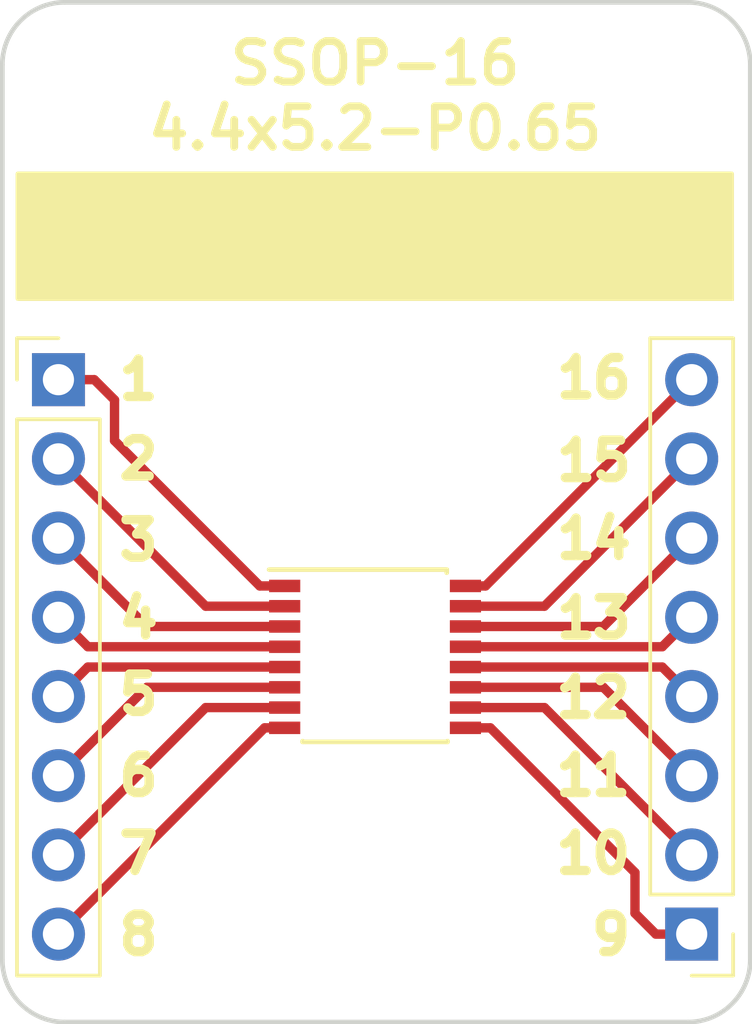
<source format=kicad_pcb>
(kicad_pcb (version 20171130) (host pcbnew 5.1.6-c6e7f7d~86~ubuntu20.04.1)

  (general
    (thickness 1)
    (drawings 26)
    (tracks 40)
    (zones 0)
    (modules 3)
    (nets 17)
  )

  (page A4)
  (title_block
    (title BRK-SSOP-16-4.4x5.2-P0.65)
    (rev v1.1)
    (company https://gekkio.fi)
  )

  (layers
    (0 F.Cu signal)
    (31 B.Cu signal)
    (32 B.Adhes user)
    (33 F.Adhes user)
    (34 B.Paste user)
    (35 F.Paste user)
    (36 B.SilkS user)
    (37 F.SilkS user)
    (38 B.Mask user)
    (39 F.Mask user)
    (40 Dwgs.User user)
    (41 Cmts.User user)
    (42 Eco1.User user)
    (43 Eco2.User user)
    (44 Edge.Cuts user)
    (45 Margin user)
    (46 B.CrtYd user)
    (47 F.CrtYd user)
    (48 B.Fab user)
    (49 F.Fab user)
  )

  (setup
    (last_trace_width 0.3)
    (trace_clearance 0.2)
    (zone_clearance 0.508)
    (zone_45_only no)
    (trace_min 0.2)
    (via_size 0.8)
    (via_drill 0.4)
    (via_min_size 0.4)
    (via_min_drill 0.3)
    (uvia_size 0.3)
    (uvia_drill 0.1)
    (uvias_allowed no)
    (uvia_min_size 0.2)
    (uvia_min_drill 0.1)
    (edge_width 0.15)
    (segment_width 0.2)
    (pcb_text_width 0.3)
    (pcb_text_size 1.5 1.5)
    (mod_edge_width 0.15)
    (mod_text_size 1 1)
    (mod_text_width 0.15)
    (pad_size 1.524 1.524)
    (pad_drill 0.762)
    (pad_to_mask_clearance 0)
    (aux_axis_origin 0 0)
    (visible_elements FFFFFF7F)
    (pcbplotparams
      (layerselection 0x010fc_ffffffff)
      (usegerberextensions false)
      (usegerberattributes false)
      (usegerberadvancedattributes false)
      (creategerberjobfile true)
      (excludeedgelayer false)
      (linewidth 0.100000)
      (plotframeref false)
      (viasonmask false)
      (mode 1)
      (useauxorigin false)
      (hpglpennumber 1)
      (hpglpenspeed 20)
      (hpglpendiameter 15.000000)
      (psnegative false)
      (psa4output false)
      (plotreference true)
      (plotvalue true)
      (plotinvisibletext false)
      (padsonsilk false)
      (subtractmaskfromsilk false)
      (outputformat 1)
      (mirror false)
      (drillshape 0)
      (scaleselection 1)
      (outputdirectory "gerber/"))
  )

  (net 0 "")
  (net 1 "Net-(J1-Pad1)")
  (net 2 "Net-(J1-Pad2)")
  (net 3 "Net-(J1-Pad3)")
  (net 4 "Net-(J2-Pad1)")
  (net 5 "Net-(J2-Pad2)")
  (net 6 "Net-(J2-Pad3)")
  (net 7 "Net-(J1-Pad4)")
  (net 8 "Net-(J2-Pad4)")
  (net 9 "Net-(J1-Pad5)")
  (net 10 "Net-(J1-Pad6)")
  (net 11 "Net-(J1-Pad7)")
  (net 12 "Net-(J1-Pad8)")
  (net 13 "Net-(J2-Pad5)")
  (net 14 "Net-(J2-Pad6)")
  (net 15 "Net-(J2-Pad7)")
  (net 16 "Net-(J2-Pad8)")

  (net_class Default "This is the default net class."
    (clearance 0.2)
    (trace_width 0.3)
    (via_dia 0.8)
    (via_drill 0.4)
    (uvia_dia 0.3)
    (uvia_drill 0.1)
    (add_net "Net-(J1-Pad1)")
    (add_net "Net-(J1-Pad2)")
    (add_net "Net-(J1-Pad3)")
    (add_net "Net-(J1-Pad4)")
    (add_net "Net-(J1-Pad5)")
    (add_net "Net-(J1-Pad6)")
    (add_net "Net-(J1-Pad7)")
    (add_net "Net-(J1-Pad8)")
    (add_net "Net-(J2-Pad1)")
    (add_net "Net-(J2-Pad2)")
    (add_net "Net-(J2-Pad3)")
    (add_net "Net-(J2-Pad4)")
    (add_net "Net-(J2-Pad5)")
    (add_net "Net-(J2-Pad6)")
    (add_net "Net-(J2-Pad7)")
    (add_net "Net-(J2-Pad8)")
  )

  (module Connector_PinHeader_2.54mm:PinHeader_1x08_P2.54mm_Vertical (layer F.Cu) (tedit 59FED5CC) (tstamp 5C40B077)
    (at 73.12 77.88 180)
    (descr "Through hole straight pin header, 1x08, 2.54mm pitch, single row")
    (tags "Through hole pin header THT 1x08 2.54mm single row")
    (path /5C3F15E5)
    (fp_text reference J2 (at 0 -2.33 180) (layer F.SilkS) hide
      (effects (font (size 1 1) (thickness 0.15)))
    )
    (fp_text value Conn_01x08 (at 0 20.11 180) (layer F.Fab) hide
      (effects (font (size 1 1) (thickness 0.15)))
    )
    (fp_line (start -0.635 -1.27) (end 1.27 -1.27) (layer F.Fab) (width 0.1))
    (fp_line (start 1.27 -1.27) (end 1.27 19.05) (layer F.Fab) (width 0.1))
    (fp_line (start 1.27 19.05) (end -1.27 19.05) (layer F.Fab) (width 0.1))
    (fp_line (start -1.27 19.05) (end -1.27 -0.635) (layer F.Fab) (width 0.1))
    (fp_line (start -1.27 -0.635) (end -0.635 -1.27) (layer F.Fab) (width 0.1))
    (fp_line (start -1.33 19.11) (end 1.33 19.11) (layer F.SilkS) (width 0.12))
    (fp_line (start -1.33 1.27) (end -1.33 19.11) (layer F.SilkS) (width 0.12))
    (fp_line (start 1.33 1.27) (end 1.33 19.11) (layer F.SilkS) (width 0.12))
    (fp_line (start -1.33 1.27) (end 1.33 1.27) (layer F.SilkS) (width 0.12))
    (fp_line (start -1.33 0) (end -1.33 -1.33) (layer F.SilkS) (width 0.12))
    (fp_line (start -1.33 -1.33) (end 0 -1.33) (layer F.SilkS) (width 0.12))
    (fp_line (start -1.8 -1.8) (end -1.8 19.55) (layer F.CrtYd) (width 0.05))
    (fp_line (start -1.8 19.55) (end 1.8 19.55) (layer F.CrtYd) (width 0.05))
    (fp_line (start 1.8 19.55) (end 1.8 -1.8) (layer F.CrtYd) (width 0.05))
    (fp_line (start 1.8 -1.8) (end -1.8 -1.8) (layer F.CrtYd) (width 0.05))
    (fp_text user %R (at 0 8.89 270) (layer F.Fab)
      (effects (font (size 1 1) (thickness 0.15)))
    )
    (pad 8 thru_hole oval (at 0 17.78 180) (size 1.7 1.7) (drill 1) (layers *.Cu *.Mask)
      (net 16 "Net-(J2-Pad8)"))
    (pad 7 thru_hole oval (at 0 15.24 180) (size 1.7 1.7) (drill 1) (layers *.Cu *.Mask)
      (net 15 "Net-(J2-Pad7)"))
    (pad 6 thru_hole oval (at 0 12.7 180) (size 1.7 1.7) (drill 1) (layers *.Cu *.Mask)
      (net 14 "Net-(J2-Pad6)"))
    (pad 5 thru_hole oval (at 0 10.16 180) (size 1.7 1.7) (drill 1) (layers *.Cu *.Mask)
      (net 13 "Net-(J2-Pad5)"))
    (pad 4 thru_hole oval (at 0 7.62 180) (size 1.7 1.7) (drill 1) (layers *.Cu *.Mask)
      (net 8 "Net-(J2-Pad4)"))
    (pad 3 thru_hole oval (at 0 5.08 180) (size 1.7 1.7) (drill 1) (layers *.Cu *.Mask)
      (net 6 "Net-(J2-Pad3)"))
    (pad 2 thru_hole oval (at 0 2.54 180) (size 1.7 1.7) (drill 1) (layers *.Cu *.Mask)
      (net 5 "Net-(J2-Pad2)"))
    (pad 1 thru_hole rect (at 0 0 180) (size 1.7 1.7) (drill 1) (layers *.Cu *.Mask)
      (net 4 "Net-(J2-Pad1)"))
    (model ${KISYS3DMOD}/Connector_PinHeader_2.54mm.3dshapes/PinHeader_1x08_P2.54mm_Vertical.wrl
      (at (xyz 0 0 0))
      (scale (xyz 1 1 1))
      (rotate (xyz 0 0 0))
    )
  )

  (module Connector_PinHeader_2.54mm:PinHeader_1x08_P2.54mm_Vertical (layer F.Cu) (tedit 59FED5CC) (tstamp 5C40B05C)
    (at 52.8 60.1)
    (descr "Through hole straight pin header, 1x08, 2.54mm pitch, single row")
    (tags "Through hole pin header THT 1x08 2.54mm single row")
    (path /5C3F1552)
    (fp_text reference J1 (at 0 -2.33) (layer F.SilkS) hide
      (effects (font (size 1 1) (thickness 0.15)))
    )
    (fp_text value Conn_01x08 (at 0 20.11) (layer F.Fab) hide
      (effects (font (size 1 1) (thickness 0.15)))
    )
    (fp_line (start -0.635 -1.27) (end 1.27 -1.27) (layer F.Fab) (width 0.1))
    (fp_line (start 1.27 -1.27) (end 1.27 19.05) (layer F.Fab) (width 0.1))
    (fp_line (start 1.27 19.05) (end -1.27 19.05) (layer F.Fab) (width 0.1))
    (fp_line (start -1.27 19.05) (end -1.27 -0.635) (layer F.Fab) (width 0.1))
    (fp_line (start -1.27 -0.635) (end -0.635 -1.27) (layer F.Fab) (width 0.1))
    (fp_line (start -1.33 19.11) (end 1.33 19.11) (layer F.SilkS) (width 0.12))
    (fp_line (start -1.33 1.27) (end -1.33 19.11) (layer F.SilkS) (width 0.12))
    (fp_line (start 1.33 1.27) (end 1.33 19.11) (layer F.SilkS) (width 0.12))
    (fp_line (start -1.33 1.27) (end 1.33 1.27) (layer F.SilkS) (width 0.12))
    (fp_line (start -1.33 0) (end -1.33 -1.33) (layer F.SilkS) (width 0.12))
    (fp_line (start -1.33 -1.33) (end 0 -1.33) (layer F.SilkS) (width 0.12))
    (fp_line (start -1.8 -1.8) (end -1.8 19.55) (layer F.CrtYd) (width 0.05))
    (fp_line (start -1.8 19.55) (end 1.8 19.55) (layer F.CrtYd) (width 0.05))
    (fp_line (start 1.8 19.55) (end 1.8 -1.8) (layer F.CrtYd) (width 0.05))
    (fp_line (start 1.8 -1.8) (end -1.8 -1.8) (layer F.CrtYd) (width 0.05))
    (fp_text user %R (at 0 8.89 90) (layer F.Fab)
      (effects (font (size 1 1) (thickness 0.15)))
    )
    (pad 8 thru_hole oval (at 0 17.78) (size 1.7 1.7) (drill 1) (layers *.Cu *.Mask)
      (net 12 "Net-(J1-Pad8)"))
    (pad 7 thru_hole oval (at 0 15.24) (size 1.7 1.7) (drill 1) (layers *.Cu *.Mask)
      (net 11 "Net-(J1-Pad7)"))
    (pad 6 thru_hole oval (at 0 12.7) (size 1.7 1.7) (drill 1) (layers *.Cu *.Mask)
      (net 10 "Net-(J1-Pad6)"))
    (pad 5 thru_hole oval (at 0 10.16) (size 1.7 1.7) (drill 1) (layers *.Cu *.Mask)
      (net 9 "Net-(J1-Pad5)"))
    (pad 4 thru_hole oval (at 0 7.62) (size 1.7 1.7) (drill 1) (layers *.Cu *.Mask)
      (net 7 "Net-(J1-Pad4)"))
    (pad 3 thru_hole oval (at 0 5.08) (size 1.7 1.7) (drill 1) (layers *.Cu *.Mask)
      (net 3 "Net-(J1-Pad3)"))
    (pad 2 thru_hole oval (at 0 2.54) (size 1.7 1.7) (drill 1) (layers *.Cu *.Mask)
      (net 2 "Net-(J1-Pad2)"))
    (pad 1 thru_hole rect (at 0 0) (size 1.7 1.7) (drill 1) (layers *.Cu *.Mask)
      (net 1 "Net-(J1-Pad1)"))
    (model ${KISYS3DMOD}/Connector_PinHeader_2.54mm.3dshapes/PinHeader_1x08_P2.54mm_Vertical.wrl
      (at (xyz 0 0 0))
      (scale (xyz 1 1 1))
      (rotate (xyz 0 0 0))
    )
  )

  (module Package_SO:SSOP-16_4.4x5.2mm_P0.65mm (layer F.Cu) (tedit 5A02F25C) (tstamp 5C40B03A)
    (at 62.96 68.99)
    (descr "SSOP16: plastic shrink small outline package; 16 leads; body width 4.4 mm; (see NXP SSOP-TSSOP-VSO-REFLOW.pdf and sot369-1_po.pdf)")
    (tags "SSOP 0.65")
    (path /5C3F17C6)
    (attr smd)
    (fp_text reference U1 (at 0 -3.65) (layer F.SilkS) hide
      (effects (font (size 1 1) (thickness 0.15)))
    )
    (fp_text value Conn_02x08_Counter_Clockwise (at 0 3.65) (layer F.Fab) hide
      (effects (font (size 1 1) (thickness 0.15)))
    )
    (fp_line (start -1.2 -2.6) (end 2.2 -2.6) (layer F.Fab) (width 0.15))
    (fp_line (start 2.2 -2.6) (end 2.2 2.6) (layer F.Fab) (width 0.15))
    (fp_line (start 2.2 2.6) (end -2.2 2.6) (layer F.Fab) (width 0.15))
    (fp_line (start -2.2 2.6) (end -2.2 -1.6) (layer F.Fab) (width 0.15))
    (fp_line (start -2.2 -1.6) (end -1.2 -2.6) (layer F.Fab) (width 0.15))
    (fp_line (start -3.65 -2.9) (end -3.65 2.9) (layer F.CrtYd) (width 0.05))
    (fp_line (start 3.65 -2.9) (end 3.65 2.9) (layer F.CrtYd) (width 0.05))
    (fp_line (start -3.65 -2.9) (end 3.65 -2.9) (layer F.CrtYd) (width 0.05))
    (fp_line (start -3.65 2.9) (end 3.65 2.9) (layer F.CrtYd) (width 0.05))
    (fp_line (start 2.3 -2.8) (end 2.3 -2.7) (layer F.SilkS) (width 0.15))
    (fp_line (start 2.325 2.725) (end 2.325 2.7) (layer F.SilkS) (width 0.15))
    (fp_line (start -2.325 2.725) (end -2.325 2.7) (layer F.SilkS) (width 0.15))
    (fp_line (start -3.4 -2.8) (end 2.3 -2.8) (layer F.SilkS) (width 0.15))
    (fp_line (start -2.325 2.725) (end 2.325 2.725) (layer F.SilkS) (width 0.15))
    (fp_text user %R (at 0 0) (layer F.Fab)
      (effects (font (size 0.8 0.8) (thickness 0.15)))
    )
    (pad 16 smd rect (at 2.9 -2.275) (size 1 0.4) (layers F.Cu F.Paste F.Mask)
      (net 16 "Net-(J2-Pad8)"))
    (pad 15 smd rect (at 2.9 -1.625) (size 1 0.4) (layers F.Cu F.Paste F.Mask)
      (net 15 "Net-(J2-Pad7)"))
    (pad 14 smd rect (at 2.9 -0.975) (size 1 0.4) (layers F.Cu F.Paste F.Mask)
      (net 14 "Net-(J2-Pad6)"))
    (pad 13 smd rect (at 2.9 -0.325) (size 1 0.4) (layers F.Cu F.Paste F.Mask)
      (net 13 "Net-(J2-Pad5)"))
    (pad 12 smd rect (at 2.9 0.325) (size 1 0.4) (layers F.Cu F.Paste F.Mask)
      (net 8 "Net-(J2-Pad4)"))
    (pad 11 smd rect (at 2.9 0.975) (size 1 0.4) (layers F.Cu F.Paste F.Mask)
      (net 6 "Net-(J2-Pad3)"))
    (pad 10 smd rect (at 2.9 1.625) (size 1 0.4) (layers F.Cu F.Paste F.Mask)
      (net 5 "Net-(J2-Pad2)"))
    (pad 9 smd rect (at 2.9 2.275) (size 1 0.4) (layers F.Cu F.Paste F.Mask)
      (net 4 "Net-(J2-Pad1)"))
    (pad 8 smd rect (at -2.9 2.275) (size 1 0.4) (layers F.Cu F.Paste F.Mask)
      (net 12 "Net-(J1-Pad8)"))
    (pad 7 smd rect (at -2.9 1.625) (size 1 0.4) (layers F.Cu F.Paste F.Mask)
      (net 11 "Net-(J1-Pad7)"))
    (pad 6 smd rect (at -2.9 0.975) (size 1 0.4) (layers F.Cu F.Paste F.Mask)
      (net 10 "Net-(J1-Pad6)"))
    (pad 5 smd rect (at -2.9 0.325) (size 1 0.4) (layers F.Cu F.Paste F.Mask)
      (net 9 "Net-(J1-Pad5)"))
    (pad 4 smd rect (at -2.9 -0.325) (size 1 0.4) (layers F.Cu F.Paste F.Mask)
      (net 7 "Net-(J1-Pad4)"))
    (pad 3 smd rect (at -2.9 -0.975) (size 1 0.4) (layers F.Cu F.Paste F.Mask)
      (net 3 "Net-(J1-Pad3)"))
    (pad 2 smd rect (at -2.9 -1.625) (size 1 0.4) (layers F.Cu F.Paste F.Mask)
      (net 2 "Net-(J1-Pad2)"))
    (pad 1 smd rect (at -2.9 -2.275) (size 1 0.4) (layers F.Cu F.Paste F.Mask)
      (net 1 "Net-(J1-Pad1)"))
    (model ${KISYS3DMOD}/Package_SO.3dshapes/SSOP-16_4.4x5.2mm_P0.65mm.wrl
      (at (xyz 0 0 0))
      (scale (xyz 1 1 1))
      (rotate (xyz 0 0 0))
    )
  )

  (gr_text 8 (at 54.6 77.9) (layer F.SilkS) (tstamp 5C40B57D)
    (effects (font (size 1.2 1.2) (thickness 0.3)) (justify left))
  )
  (gr_text 7 (at 54.6 75.3) (layer F.SilkS) (tstamp 5C40B57A)
    (effects (font (size 1.2 1.2) (thickness 0.3)) (justify left))
  )
  (gr_text 6 (at 54.6 72.8) (layer F.SilkS) (tstamp 5C40B577)
    (effects (font (size 1.2 1.2) (thickness 0.3)) (justify left))
  )
  (gr_text 5 (at 54.6 70.2) (layer F.SilkS) (tstamp 5C40B574)
    (effects (font (size 1.2 1.2) (thickness 0.3)) (justify left))
  )
  (gr_text 9 (at 71.3 77.9) (layer F.SilkS) (tstamp 5C40B56D)
    (effects (font (size 1.2 1.2) (thickness 0.3)) (justify right))
  )
  (gr_text 10 (at 71.3 75.3) (layer F.SilkS) (tstamp 5C40B56A)
    (effects (font (size 1.2 1.2) (thickness 0.3)) (justify right))
  )
  (gr_text 11 (at 71.3 72.8) (layer F.SilkS) (tstamp 5C40B567)
    (effects (font (size 1.2 1.2) (thickness 0.3)) (justify right))
  )
  (gr_text 12 (at 71.3 70.3) (layer F.SilkS) (tstamp 5C40B564)
    (effects (font (size 1.2 1.2) (thickness 0.3)) (justify right))
  )
  (gr_text 4 (at 54.6 67.75) (layer F.SilkS) (tstamp 5C0586B0)
    (effects (font (size 1.2 1.2) (thickness 0.3)) (justify left))
  )
  (gr_text 13 (at 71.32 67.75) (layer F.SilkS) (tstamp 5C0586AC)
    (effects (font (size 1.2 1.2) (thickness 0.3)) (justify right))
  )
  (gr_arc (start 53 78.7) (end 51 78.7) (angle -90) (layer Edge.Cuts) (width 0.15) (tstamp 5BF54D67))
  (gr_arc (start 73 78.7) (end 73 80.7) (angle -90) (layer Edge.Cuts) (width 0.15) (tstamp 5BF54D5C))
  (gr_arc (start 73 50) (end 75 50) (angle -90) (layer Edge.Cuts) (width 0.15) (tstamp 5BF54D52))
  (gr_arc (start 53 50) (end 53 48) (angle -90) (layer Edge.Cuts) (width 0.15))
  (gr_text 14 (at 71.32 65.2) (layer F.SilkS) (tstamp 5BD4A473)
    (effects (font (size 1.2 1.2) (thickness 0.3)) (justify right))
  )
  (gr_text 15 (at 71.32 62.7) (layer F.SilkS) (tstamp 5BD4A46F)
    (effects (font (size 1.2 1.2) (thickness 0.3)) (justify right))
  )
  (gr_text 16 (at 71.32 60.05) (layer F.SilkS) (tstamp 5C40B4AB)
    (effects (font (size 1.2 1.2) (thickness 0.3)) (justify right))
  )
  (gr_text 3 (at 54.6 65.25) (layer F.SilkS) (tstamp 5BD4A45B)
    (effects (font (size 1.2 1.2) (thickness 0.3)) (justify left))
  )
  (gr_text 2 (at 54.6 62.65) (layer F.SilkS) (tstamp 5BD4A456)
    (effects (font (size 1.2 1.2) (thickness 0.3)) (justify left))
  )
  (gr_text 1 (at 54.6 60.1) (layer F.SilkS)
    (effects (font (size 1.2 1.2) (thickness 0.3)) (justify left))
  )
  (gr_line (start 73 80.7) (end 53 80.7) (layer Edge.Cuts) (width 0.15))
  (gr_poly (pts (xy 51.5 53.5) (xy 51.5 57.5) (xy 74.4 57.5) (xy 74.4 53.5)) (layer F.SilkS) (width 0.15))
  (gr_line (start 75 50) (end 75 78.7) (layer Edge.Cuts) (width 0.15))
  (gr_text "SSOP-16\n4.4x5.2-P0.65" (at 62.96 51) (layer F.SilkS)
    (effects (font (size 1.3 1.3) (thickness 0.25)))
  )
  (gr_line (start 53 48) (end 73 48) (layer Edge.Cuts) (width 0.15))
  (gr_line (start 51 78.7) (end 51 50) (layer Edge.Cuts) (width 0.15))

  (segment (start 59.26 66.715) (end 54.6 62.055) (width 0.3) (layer F.Cu) (net 1))
  (segment (start 60.06 66.715) (end 59.26 66.715) (width 0.3) (layer F.Cu) (net 1))
  (segment (start 53.95 60.1) (end 52.8 60.1) (width 0.3) (layer F.Cu) (net 1))
  (segment (start 54.6 60.75) (end 53.95 60.1) (width 0.3) (layer F.Cu) (net 1))
  (segment (start 54.6 62.055) (end 54.6 60.75) (width 0.3) (layer F.Cu) (net 1))
  (segment (start 52.84 62.6) (end 52.8 62.64) (width 0.3) (layer F.Cu) (net 2) (status 30))
  (segment (start 57.525 67.365) (end 52.8 62.64) (width 0.3) (layer F.Cu) (net 2))
  (segment (start 60.06 67.365) (end 57.525 67.365) (width 0.3) (layer F.Cu) (net 2))
  (segment (start 55.635 68.015) (end 52.8 65.18) (width 0.3) (layer F.Cu) (net 3))
  (segment (start 60.06 68.015) (end 55.635 68.015) (width 0.3) (layer F.Cu) (net 3))
  (segment (start 66.66 71.265) (end 71.3 75.905) (width 0.3) (layer F.Cu) (net 4))
  (segment (start 65.86 71.265) (end 66.66 71.265) (width 0.3) (layer F.Cu) (net 4))
  (segment (start 71.3 77.21) (end 71.97 77.88) (width 0.3) (layer F.Cu) (net 4))
  (segment (start 71.97 77.88) (end 73.12 77.88) (width 0.3) (layer F.Cu) (net 4))
  (segment (start 71.3 75.905) (end 71.3 77.21) (width 0.3) (layer F.Cu) (net 4))
  (segment (start 68.395 70.615) (end 73.12 75.34) (width 0.3) (layer F.Cu) (net 5))
  (segment (start 65.86 70.615) (end 68.395 70.615) (width 0.3) (layer F.Cu) (net 5))
  (segment (start 70.285 69.965) (end 73.12 72.8) (width 0.3) (layer F.Cu) (net 6))
  (segment (start 65.86 69.965) (end 70.285 69.965) (width 0.3) (layer F.Cu) (net 6))
  (segment (start 53.745 68.665) (end 52.8 67.72) (width 0.3) (layer F.Cu) (net 7))
  (segment (start 60.06 68.665) (end 53.745 68.665) (width 0.3) (layer F.Cu) (net 7))
  (segment (start 72.175 69.315) (end 73.12 70.26) (width 0.3) (layer F.Cu) (net 8))
  (segment (start 65.86 69.315) (end 72.175 69.315) (width 0.3) (layer F.Cu) (net 8))
  (segment (start 53.745 69.315) (end 52.8 70.26) (width 0.3) (layer F.Cu) (net 9))
  (segment (start 60.06 69.315) (end 53.745 69.315) (width 0.3) (layer F.Cu) (net 9))
  (segment (start 53.649999 71.950001) (end 52.8 72.8) (width 0.3) (layer F.Cu) (net 10))
  (segment (start 55.635 69.965) (end 53.649999 71.950001) (width 0.3) (layer F.Cu) (net 10))
  (segment (start 60.06 69.965) (end 55.635 69.965) (width 0.3) (layer F.Cu) (net 10))
  (segment (start 57.525 70.615) (end 52.8 75.34) (width 0.3) (layer F.Cu) (net 11))
  (segment (start 60.06 70.615) (end 57.525 70.615) (width 0.3) (layer F.Cu) (net 11))
  (segment (start 59.415 71.265) (end 60.06 71.265) (width 0.3) (layer F.Cu) (net 12))
  (segment (start 52.8 77.88) (end 59.415 71.265) (width 0.3) (layer F.Cu) (net 12))
  (segment (start 72.175 68.665) (end 73.12 67.72) (width 0.3) (layer F.Cu) (net 13))
  (segment (start 65.86 68.665) (end 72.175 68.665) (width 0.3) (layer F.Cu) (net 13))
  (segment (start 70.285 68.015) (end 73.12 65.18) (width 0.3) (layer F.Cu) (net 14))
  (segment (start 65.86 68.015) (end 70.285 68.015) (width 0.3) (layer F.Cu) (net 14))
  (segment (start 68.395 67.365) (end 73.12 62.64) (width 0.3) (layer F.Cu) (net 15))
  (segment (start 65.86 67.365) (end 68.395 67.365) (width 0.3) (layer F.Cu) (net 15))
  (segment (start 66.505 66.715) (end 65.86 66.715) (width 0.3) (layer F.Cu) (net 16))
  (segment (start 73.12 60.1) (end 66.505 66.715) (width 0.3) (layer F.Cu) (net 16))

)

</source>
